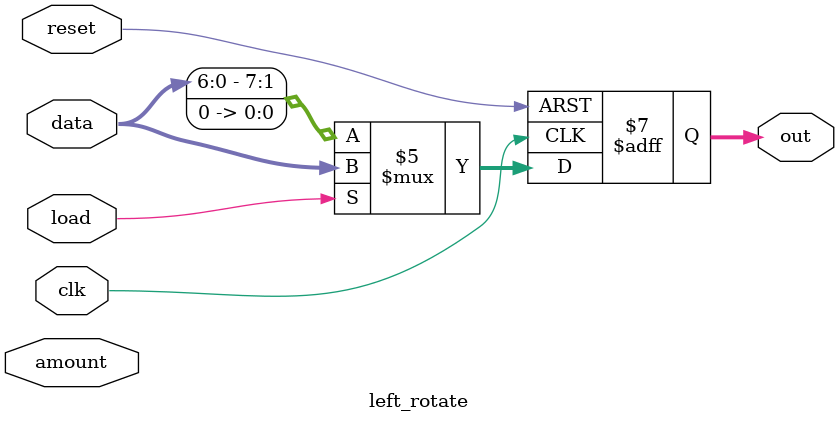
<source format=v>
module left_rotate(clk,reset,amount,data,load,out);
input clk,reset;
input [2:0] amount;
input [7:0] data;
input load;
output reg [7:0] out;
// when load is high, load data to out
// rotate the register out followed by shift left by amount bits
always @(posedge clk or negedge reset)
begin
	if(reset == 1'b0)
	begin
	out <= 0;
	end
	else
	begin
	if(load == 1'b1)
	begin
	out <= data;
	end
	else
	begin
	out <= {data[6:0],1'b0};
	end
	end
end
endmodule

</source>
